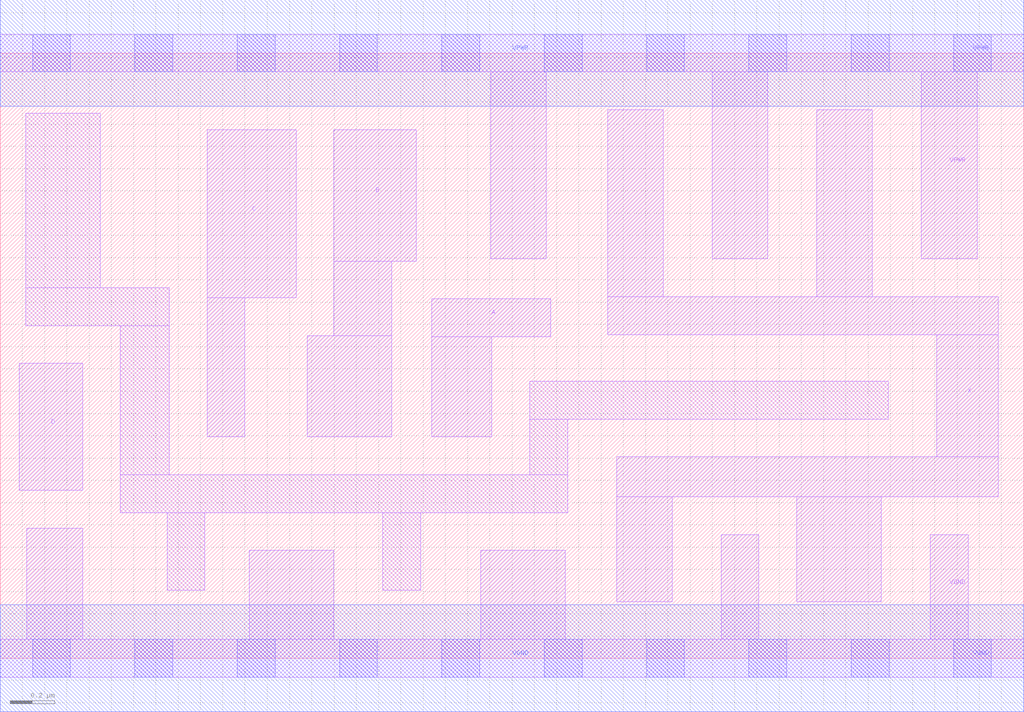
<source format=lef>
# Copyright 2020 The SkyWater PDK Authors
#
# Licensed under the Apache License, Version 2.0 (the "License");
# you may not use this file except in compliance with the License.
# You may obtain a copy of the License at
#
#     https://www.apache.org/licenses/LICENSE-2.0
#
# Unless required by applicable law or agreed to in writing, software
# distributed under the License is distributed on an "AS IS" BASIS,
# WITHOUT WARRANTIES OR CONDITIONS OF ANY KIND, either express or implied.
# See the License for the specific language governing permissions and
# limitations under the License.
#
# SPDX-License-Identifier: Apache-2.0

VERSION 5.7 ;
  NAMESCASESENSITIVE ON ;
  NOWIREEXTENSIONATPIN ON ;
  DIVIDERCHAR "/" ;
  BUSBITCHARS "[]" ;
UNITS
  DATABASE MICRONS 200 ;
END UNITS
PROPERTYDEFINITIONS
  MACRO maskLayoutSubType STRING ;
  MACRO prCellType STRING ;
  MACRO originalViewName STRING ;
END PROPERTYDEFINITIONS
MACRO sky130_fd_sc_hdll__or4_4
  CLASS CORE ;
  FOREIGN sky130_fd_sc_hdll__or4_4 ;
  ORIGIN  0.000000  0.000000 ;
  SIZE  4.600000 BY  2.720000 ;
  SYMMETRY X Y R90 ;
  SITE unithd ;
  PIN A
    ANTENNAGATEAREA  0.277500 ;
    DIRECTION INPUT ;
    USE SIGNAL ;
    PORT
      LAYER li1 ;
        RECT 1.940000 0.995000 2.210000 1.445000 ;
        RECT 1.940000 1.445000 2.475000 1.615000 ;
    END
  END A
  PIN B
    ANTENNAGATEAREA  0.277500 ;
    DIRECTION INPUT ;
    USE SIGNAL ;
    PORT
      LAYER li1 ;
        RECT 1.380000 0.995000 1.760000 1.450000 ;
        RECT 1.500000 1.450000 1.760000 1.785000 ;
        RECT 1.500000 1.785000 1.870000 2.375000 ;
    END
  END B
  PIN C
    ANTENNAGATEAREA  0.277500 ;
    DIRECTION INPUT ;
    USE SIGNAL ;
    PORT
      LAYER li1 ;
        RECT 0.930000 0.995000 1.100000 1.620000 ;
        RECT 0.930000 1.620000 1.330000 2.375000 ;
    END
  END C
  PIN D
    ANTENNAGATEAREA  0.277500 ;
    DIRECTION INPUT ;
    USE SIGNAL ;
    PORT
      LAYER li1 ;
        RECT 0.085000 0.755000 0.370000 1.325000 ;
    END
  END D
  PIN X
    ANTENNADIFFAREA  1.028500 ;
    DIRECTION OUTPUT ;
    USE SIGNAL ;
    PORT
      LAYER li1 ;
        RECT 2.730000 1.455000 4.485000 1.625000 ;
        RECT 2.730000 1.625000 2.980000 2.465000 ;
        RECT 2.770000 0.255000 3.020000 0.725000 ;
        RECT 2.770000 0.725000 4.485000 0.905000 ;
        RECT 3.580000 0.255000 3.960000 0.725000 ;
        RECT 3.670000 1.625000 3.920000 2.465000 ;
        RECT 4.210000 0.905000 4.485000 1.455000 ;
    END
  END X
  PIN VGND
    DIRECTION INOUT ;
    USE GROUND ;
    PORT
      LAYER li1 ;
        RECT 0.000000 -0.085000 4.600000 0.085000 ;
        RECT 0.120000  0.085000 0.370000 0.585000 ;
        RECT 1.120000  0.085000 1.500000 0.485000 ;
        RECT 2.160000  0.085000 2.540000 0.485000 ;
        RECT 3.240000  0.085000 3.410000 0.555000 ;
        RECT 4.180000  0.085000 4.350000 0.555000 ;
      LAYER mcon ;
        RECT 0.145000 -0.085000 0.315000 0.085000 ;
        RECT 0.605000 -0.085000 0.775000 0.085000 ;
        RECT 1.065000 -0.085000 1.235000 0.085000 ;
        RECT 1.525000 -0.085000 1.695000 0.085000 ;
        RECT 1.985000 -0.085000 2.155000 0.085000 ;
        RECT 2.445000 -0.085000 2.615000 0.085000 ;
        RECT 2.905000 -0.085000 3.075000 0.085000 ;
        RECT 3.365000 -0.085000 3.535000 0.085000 ;
        RECT 3.825000 -0.085000 3.995000 0.085000 ;
        RECT 4.285000 -0.085000 4.455000 0.085000 ;
      LAYER met1 ;
        RECT 0.000000 -0.240000 4.600000 0.240000 ;
    END
  END VGND
  PIN VPWR
    DIRECTION INOUT ;
    USE POWER ;
    PORT
      LAYER li1 ;
        RECT 0.000000 2.635000 4.600000 2.805000 ;
        RECT 2.205000 1.795000 2.455000 2.635000 ;
        RECT 3.200000 1.795000 3.450000 2.635000 ;
        RECT 4.140000 1.795000 4.390000 2.635000 ;
      LAYER mcon ;
        RECT 0.145000 2.635000 0.315000 2.805000 ;
        RECT 0.605000 2.635000 0.775000 2.805000 ;
        RECT 1.065000 2.635000 1.235000 2.805000 ;
        RECT 1.525000 2.635000 1.695000 2.805000 ;
        RECT 1.985000 2.635000 2.155000 2.805000 ;
        RECT 2.445000 2.635000 2.615000 2.805000 ;
        RECT 2.905000 2.635000 3.075000 2.805000 ;
        RECT 3.365000 2.635000 3.535000 2.805000 ;
        RECT 3.825000 2.635000 3.995000 2.805000 ;
        RECT 4.285000 2.635000 4.455000 2.805000 ;
      LAYER met1 ;
        RECT 0.000000 2.480000 4.600000 2.960000 ;
    END
  END VPWR
  OBS
    LAYER li1 ;
      RECT 0.115000 1.495000 0.760000 1.665000 ;
      RECT 0.115000 1.665000 0.450000 2.450000 ;
      RECT 0.540000 0.655000 2.550000 0.825000 ;
      RECT 0.540000 0.825000 0.760000 1.495000 ;
      RECT 0.750000 0.305000 0.920000 0.655000 ;
      RECT 1.720000 0.305000 1.890000 0.655000 ;
      RECT 2.380000 0.825000 2.550000 1.075000 ;
      RECT 2.380000 1.075000 3.990000 1.245000 ;
  END
  PROPERTY maskLayoutSubType "abstract" ;
  PROPERTY prCellType "standard" ;
  PROPERTY originalViewName "layout" ;
END sky130_fd_sc_hdll__or4_4

</source>
